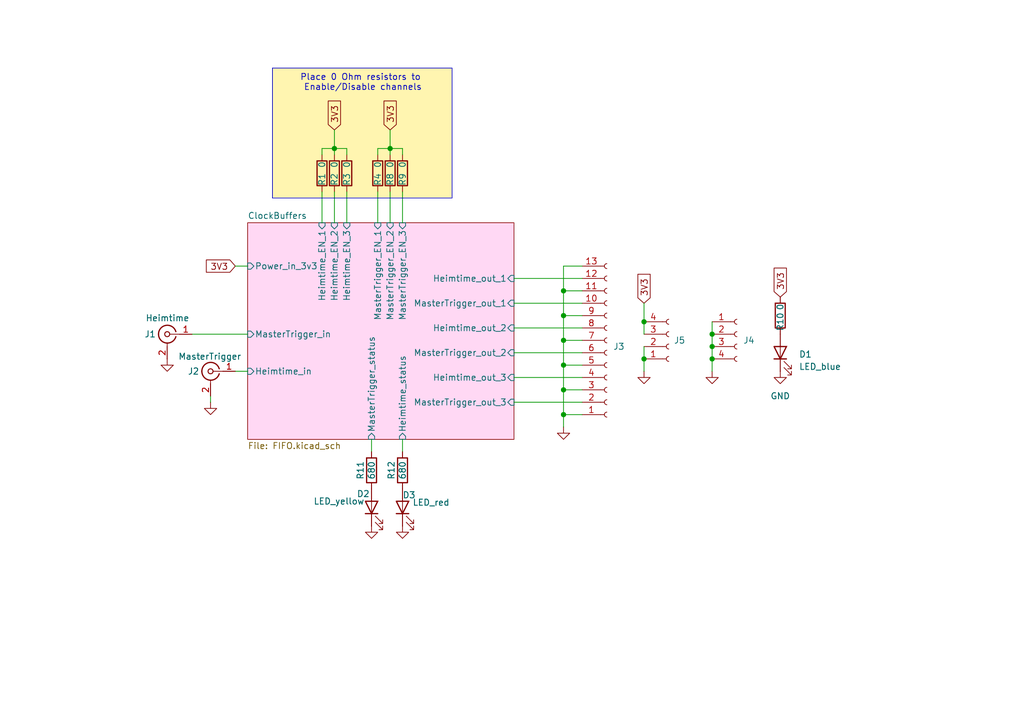
<source format=kicad_sch>
(kicad_sch (version 20231120) (generator "eeschema") (generator_version "8.0")
  (paper "A5")
  (title_block (title "Clock Buffers AddOn") (rev "0"))
  (lib_symbols
    (symbol "Connector:Conn_01x04_Socket" (pin_names (offset 1.016) hide)
      (property "Reference" "J" (at 0 5.08 0))
      (property "Value" "Conn_01x04_Socket" (at 0 -7.62 0))
      (symbol "Conn_01x04_Socket_1_1"
        (arc (start 0 -4.572) (mid -0.5058 -5.08) (end 0 -5.588) (stroke (width 0.1524)))
        (arc (start 0 -2.032) (mid -0.5058 -2.54) (end 0 -3.048) (stroke (width 0.1524)))
        (polyline (pts (xy -1.27 -5.08) (xy -0.508 -5.08)) (stroke (width 0.1524)))
        (polyline (pts (xy -1.27 -2.54) (xy -0.508 -2.54)) (stroke (width 0.1524)))
        (polyline (pts (xy -1.27 0) (xy -0.508 0)) (stroke (width 0.1524)))
        (polyline (pts (xy -1.27 2.54) (xy -0.508 2.54)) (stroke (width 0.1524)))
        (arc (start 0 0.508) (mid -0.5058 0) (end 0 -0.508) (stroke (width 0.1524)))
        (arc (start 0 3.048) (mid -0.5058 2.54) (end 0 2.032) (stroke (width 0.1524)))
        (pin passive line (at -5.08 2.54 0) (length 3.81) (name "Pin_1") (number "1"))
        (pin passive line (at -5.08 0 0) (length 3.81) (name "Pin_2") (number "2"))
        (pin passive line (at -5.08 -2.54 0) (length 3.81) (name "Pin_3") (number "3"))
        (pin passive line (at -5.08 -5.08 0) (length 3.81) (name "Pin_4") (number "4"))
      )
    )
    (symbol "Connector:Conn_01x13_Socket" (pin_names (offset 1.016) hide)
      (property "Reference" "J" (at 0 17.78 0))
      (property "Value" "Conn_01x13_Socket" (at 0 -17.78 0))
      (symbol "Conn_01x13_Socket_1_1"
        (arc (start 0 -14.732) (mid -0.5058 -15.24) (end 0 -15.748) (stroke (width 0.1524)))
        (arc (start 0 -12.192) (mid -0.5058 -12.7) (end 0 -13.208) (stroke (width 0.1524)))
        (arc (start 0 -9.652) (mid -0.5058 -10.16) (end 0 -10.668) (stroke (width 0.1524)))
        (arc (start 0 -7.112) (mid -0.5058 -7.62) (end 0 -8.128) (stroke (width 0.1524)))
        (arc (start 0 -4.572) (mid -0.5058 -5.08) (end 0 -5.588) (stroke (width 0.1524)))
        (arc (start 0 -2.032) (mid -0.5058 -2.54) (end 0 -3.048) (stroke (width 0.1524)))
        (polyline (pts (xy -1.27 -15.24) (xy -0.508 -15.24)) (stroke (width 0.1524)))
        (polyline (pts (xy -1.27 -12.7) (xy -0.508 -12.7)) (stroke (width 0.1524)))
        (polyline (pts (xy -1.27 -10.16) (xy -0.508 -10.16)) (stroke (width 0.1524)))
        (polyline (pts (xy -1.27 -7.62) (xy -0.508 -7.62)) (stroke (width 0.1524)))
        (polyline (pts (xy -1.27 -5.08) (xy -0.508 -5.08)) (stroke (width 0.1524)))
        (polyline (pts (xy -1.27 -2.54) (xy -0.508 -2.54)) (stroke (width 0.1524)))
        (polyline (pts (xy -1.27 0) (xy -0.508 0)) (stroke (width 0.1524)))
        (polyline (pts (xy -1.27 2.54) (xy -0.508 2.54)) (stroke (width 0.1524)))
        (polyline (pts (xy -1.27 5.08) (xy -0.508 5.08)) (stroke (width 0.1524)))
        (polyline (pts (xy -1.27 7.62) (xy -0.508 7.62)) (stroke (width 0.1524)))
        (polyline (pts (xy -1.27 10.16) (xy -0.508 10.16)) (stroke (width 0.1524)))
        (polyline (pts (xy -1.27 12.7) (xy -0.508 12.7)) (stroke (width 0.1524)))
        (polyline (pts (xy -1.27 15.24) (xy -0.508 15.24)) (stroke (width 0.1524)))
        (arc (start 0 0.508) (mid -0.5058 0) (end 0 -0.508) (stroke (width 0.1524)))
        (arc (start 0 3.048) (mid -0.5058 2.54) (end 0 2.032) (stroke (width 0.1524)))
        (arc (start 0 5.588) (mid -0.5058 5.08) (end 0 4.572) (stroke (width 0.1524)))
        (arc (start 0 8.128) (mid -0.5058 7.62) (end 0 7.112) (stroke (width 0.1524)))
        (arc (start 0 10.668) (mid -0.5058 10.16) (end 0 9.652) (stroke (width 0.1524)))
        (arc (start 0 13.208) (mid -0.5058 12.7) (end 0 12.192) (stroke (width 0.1524)))
        (arc (start 0 15.748) (mid -0.5058 15.24) (end 0 14.732) (stroke (width 0.1524)))
        (pin passive line (at -5.08 15.24 0) (length 3.81) (name "Pin_1") (number "1"))
        (pin passive line (at -5.08 -7.62 0) (length 3.81) (name "Pin_10") (number "10"))
        (pin passive line (at -5.08 -10.16 0) (length 3.81) (name "Pin_11") (number "11"))
        (pin passive line (at -5.08 -12.7 0) (length 3.81) (name "Pin_12") (number "12"))
        (pin passive line (at -5.08 -15.24 0) (length 3.81) (name "Pin_13") (number "13"))
        (pin passive line (at -5.08 12.7 0) (length 3.81) (name "Pin_2") (number "2"))
        (pin passive line (at -5.08 10.16 0) (length 3.81) (name "Pin_3") (number "3"))
        (pin passive line (at -5.08 7.62 0) (length 3.81) (name "Pin_4") (number "4"))
        (pin passive line (at -5.08 5.08 0) (length 3.81) (name "Pin_5") (number "5"))
        (pin passive line (at -5.08 2.54 0) (length 3.81) (name "Pin_6") (number "6"))
        (pin passive line (at -5.08 0 0) (length 3.81) (name "Pin_7") (number "7"))
        (pin passive line (at -5.08 -2.54 0) (length 3.81) (name "Pin_8") (number "8"))
        (pin passive line (at -5.08 -5.08 0) (length 3.81) (name "Pin_9") (number "9"))
      )
    )
    (symbol "Connector:Conn_Coaxial" (pin_names (offset 1.016) hide)
      (property "Reference" "J" (at 0.254 3.048 0))
      (property "Value" "Conn_Coaxial" (at 2.921 0 90))
      (symbol "Conn_Coaxial_0_1"
        (arc (start -1.778 -0.508) (mid 0.2311 -1.8066) (end 1.778 0) (stroke (width 0.254)))
        (polyline (pts (xy -2.54 0) (xy -0.508 0)))
        (polyline (pts (xy 0 -2.54) (xy 0 -1.778)))
        (circle (center 0 0) (radius 0.508) (stroke (width 0.2032)))
        (arc (start 1.778 0) (mid 0.2099 1.8101) (end -1.778 0.508) (stroke (width 0.254)))
      )
      (symbol "Conn_Coaxial_1_1"
        (pin passive line (at -5.08 0 0) (length 2.54) (name "In") (number "1"))
        (pin passive line (at 0 -5.08 90) (length 2.54) (name "Ext") (number "2"))
      )
    )
    (symbol "Device:LED" (pin_numbers hide) (pin_names (offset 1.016) hide)
      (property "Reference" "D" (at 0 2.54 0))
      (property "Value" "LED" (at 0 -2.54 0))
      (symbol "LED_0_1"
        (polyline (pts (xy -1.27 -1.27) (xy -1.27 1.27)) (stroke (width 0.254)))
        (polyline (pts (xy -1.27 0) (xy 1.27 0)))
        (polyline (pts (xy 1.27 -1.27) (xy 1.27 1.27) (xy -1.27 0) (xy 1.27 -1.27)) (stroke (width 0.254)))
        (polyline (pts (xy -3.048 -0.762) (xy -4.572 -2.286) (xy -3.81 -2.286) (xy -4.572 -2.286) (xy -4.572 -1.524)))
        (polyline (pts (xy -1.778 -0.762) (xy -3.302 -2.286) (xy -2.54 -2.286) (xy -3.302 -2.286) (xy -3.302 -1.524)))
      )
      (symbol "LED_1_1"
        (pin passive line (at -3.81 0 0) (length 2.54) (name "K") (number "1"))
        (pin passive line (at 3.81 0 180) (length 2.54) (name "A") (number "2"))
      )
    )
    (symbol "Device:R" (pin_numbers hide) (pin_names (offset 0))
      (property "Reference" "R" (at 2.032 0 90))
      (property "Value" "R" (at 0 0 90))
      (symbol "R_0_1"
        (rectangle (start -1.016 -2.54) (end 1.016 2.54) (stroke (width 0.254)))
      )
      (symbol "R_1_1"
        (pin passive line (at 0 3.81 270) (length 1.27) (name "~") (number "1"))
        (pin passive line (at 0 -3.81 90) (length 1.27) (name "~") (number "2"))
      )
    )
    (symbol "power:GND" (power) (pin_numbers hide) (pin_names (offset 0) hide)
      (property "Value" "GND" (at 0 -3.81 0))
      (symbol "GND_0_1"
        (polyline (pts (xy 0 0) (xy 0 -1.27) (xy 1.27 -1.27) (xy 0 -2.54) (xy -1.27 -1.27) (xy 0 -1.27)))
      )
      (symbol "GND_1_1"
        (pin power_in line (at 0 0 270) (length 0) (name "~") (number "1"))
      )
    )
  )
  (junction (at 132.08 66.04))
  (junction (at 80.01 30.48))
  (junction (at 68.58 30.48))
  (junction (at 146.05 73.66))
  (junction (at 115.57 80.01))
  (junction (at 115.57 74.93))
  (junction (at 115.57 85.09))
  (junction (at 146.05 71.12))
  (junction (at 115.57 59.69))
  (junction (at 146.05 68.58))
  (junction (at 132.08 73.66))
  (junction (at 115.57 64.77))
  (junction (at 115.57 69.85))
  (wire (pts (xy 115.57 85.09) (xy 119.38 85.09)))
  (wire (pts (xy 82.55 30.48) (xy 82.55 31.75)))
  (wire (pts (xy 105.41 62.23) (xy 119.38 62.23)))
  (wire (pts (xy 119.38 69.85) (xy 115.57 69.85)))
  (wire (pts (xy 115.57 54.61) (xy 115.57 59.69)))
  (wire (pts (xy 77.47 39.37) (xy 77.47 45.72)))
  (wire (pts (xy 48.26 76.2) (xy 50.8 76.2)))
  (wire (pts (xy 146.05 71.12) (xy 146.05 73.66)))
  (wire (pts (xy 66.04 30.48) (xy 68.58 30.48)))
  (wire (pts (xy 71.12 30.48) (xy 71.12 31.75)))
  (wire (pts (xy 115.57 69.85) (xy 115.57 74.93)))
  (wire (pts (xy 132.08 71.12) (xy 132.08 73.66)))
  (wire (pts (xy 71.12 39.37) (xy 71.12 45.72)))
  (wire (pts (xy 76.2 90.17) (xy 76.2 92.71)))
  (wire (pts (xy 68.58 39.37) (xy 68.58 45.72)))
  (wire (pts (xy 39.37 68.58) (xy 50.8 68.58)))
  (wire (pts (xy 115.57 64.77) (xy 115.57 69.85)))
  (wire (pts (xy 132.08 73.66) (xy 132.08 76.2)))
  (wire (pts (xy 68.58 30.48) (xy 68.58 31.75)))
  (wire (pts (xy 80.01 30.48) (xy 80.01 31.75)))
  (wire (pts (xy 115.57 74.93) (xy 119.38 74.93)))
  (wire (pts (xy 132.08 62.23) (xy 132.08 66.04)))
  (wire (pts (xy 80.01 30.48) (xy 82.55 30.48)))
  (wire (pts (xy 43.18 81.28) (xy 43.18 82.55)))
  (wire (pts (xy 146.05 68.58) (xy 146.05 71.12)))
  (wire (pts (xy 115.57 59.69) (xy 115.57 64.77)))
  (wire (pts (xy 80.01 39.37) (xy 80.01 45.72)))
  (wire (pts (xy 82.55 39.37) (xy 82.55 45.72)))
  (wire (pts (xy 66.04 39.37) (xy 66.04 45.72)))
  (wire (pts (xy 115.57 64.77) (xy 119.38 64.77)))
  (wire (pts (xy 146.05 66.04) (xy 146.05 68.58)))
  (wire (pts (xy 68.58 26.67) (xy 68.58 30.48)))
  (wire (pts (xy 66.04 30.48) (xy 66.04 31.75)))
  (wire (pts (xy 132.08 66.04) (xy 132.08 68.58)))
  (wire (pts (xy 77.47 30.48) (xy 77.47 31.75)))
  (wire (pts (xy 105.41 77.47) (xy 119.38 77.47)))
  (wire (pts (xy 115.57 85.09) (xy 115.57 87.63)))
  (wire (pts (xy 119.38 54.61) (xy 115.57 54.61)))
  (wire (pts (xy 115.57 59.69) (xy 119.38 59.69)))
  (wire (pts (xy 146.05 73.66) (xy 146.05 76.2)))
  (wire (pts (xy 105.41 72.39) (xy 119.38 72.39)))
  (wire (pts (xy 115.57 74.93) (xy 115.57 80.01)))
  (wire (pts (xy 80.01 26.67) (xy 80.01 30.48)))
  (wire (pts (xy 82.55 90.17) (xy 82.55 92.71)))
  (wire (pts (xy 48.26 54.61) (xy 50.8 54.61)))
  (wire (pts (xy 105.41 57.15) (xy 119.38 57.15)))
  (wire (pts (xy 115.57 80.01) (xy 119.38 80.01)))
  (wire (pts (xy 68.58 30.48) (xy 71.12 30.48)))
  (wire (pts (xy 115.57 80.01) (xy 115.57 85.09)))
  (wire (pts (xy 105.41 82.55) (xy 119.38 82.55)))
  (wire (pts (xy 77.47 30.48) (xy 80.01 30.48)))
  (wire (pts (xy 105.41 67.31) (xy 119.38 67.31)))
  (rectangle (start 55.88 13.97) (end 92.71 40.64) (fill (type color) (color 255 245 176 1)))
  (text "Place 0 Ohm resistors to \nEnable/Disable channels" (at 74.422 17.018 0) (effects (font (size 1.27 1.27))))
  (global_label "3V3" (shape input) (at 48.26 54.61 180) (property "Intersheetrefs" "${INTERSHEET_REFS}" (effects (hide yes))))
  (global_label "3V3" (shape input) (at 80.01 26.67 90) (property "Intersheetrefs" "${INTERSHEET_REFS}" (effects (hide yes))))
  (global_label "3V3" (shape input) (at 132.08 62.23 90) (property "Intersheetrefs" "${INTERSHEET_REFS}" (effects (hide yes))))
  (global_label "3V3" (shape input) (at 160.02 60.96 90) (property "Intersheetrefs" "${INTERSHEET_REFS}" (effects (hide yes))))
  (global_label "3V3" (shape input) (at 68.58 26.67 90) (property "Intersheetrefs" "${INTERSHEET_REFS}" (effects (hide yes))))
  (symbol (lib_id "Device:R") (at 66.04 35.56 180) (unit 1)
    (property "Reference" "R1" (at 66.04 36.83 90))
    (property "Value" "0" (at 66.04 33.782 90))
    (property "Footprint" "Resistor_SMD:R_0402_1005Metric" (effects (hide yes)))
    (property "Description" "Resistor" (effects (hide yes)))
  )
  (symbol (lib_id "power:GND") (at 115.57 87.63 0) (unit 1)
    (property "Reference" "#PWR07" (effects (hide yes)))
    (property "Value" "GND" (effects (hide yes)))
    (property "Description" "Power symbol creates a global label with name \"GND\" , ground" (effects (hide yes)))
  )
  (symbol (lib_id "power:GND") (at 43.18 82.55 0) (unit 1)
    (property "Reference" "#PWR06" (effects (hide yes)))
    (property "Value" "GND" (effects (hide yes)))
    (property "Description" "Power symbol creates a global label with name \"GND\" , ground" (effects (hide yes)))
  )
  (symbol (lib_id "Device:R") (at 76.2 96.52 180) (unit 1)
    (property "Reference" "R11" (at 73.914 96.52 90))
    (property "Value" "680" (at 76.2 96.52 90))
    (property "Footprint" "Resistor_SMD:R_0402_1005Metric" (effects (hide yes)))
    (property "Description" "Resistor" (effects (hide yes)))
  )
  (symbol (lib_id "power:GND") (at 146.05 76.2 0) (unit 1)
    (property "Reference" "#PWR08" (effects (hide yes)))
    (property "Value" "GND" (effects (hide yes)))
    (property "Description" "Power symbol creates a global label with name \"GND\" , ground" (effects (hide yes)))
  )
  (symbol (lib_id "power:GND") (at 132.08 76.2 0) (unit 1)
    (property "Reference" "#PWR09" (effects (hide yes)))
    (property "Value" "GND" (effects (hide yes)))
    (property "Description" "Power symbol creates a global label with name \"GND\" , ground" (effects (hide yes)))
  )
  (symbol (lib_id "Device:R") (at 82.55 35.56 180) (unit 1)
    (property "Reference" "R9" (at 82.55 36.83 90))
    (property "Value" "0" (at 82.55 33.782 90))
    (property "Footprint" "Resistor_SMD:R_0402_1005Metric" (effects (hide yes)))
    (property "Description" "Resistor" (effects (hide yes)))
  )
  (symbol (lib_id "power:GND") (at 76.2 107.95 0) (unit 1)
    (property "Reference" "#PWR012" (effects (hide yes)))
    (property "Value" "GND" (effects (hide yes)))
    (property "Description" "Power symbol creates a global label with name \"GND\" , ground" (effects (hide yes)))
  )
  (symbol (lib_id "Device:R") (at 80.01 35.56 180) (unit 1)
    (property "Reference" "R8" (at 80.01 36.83 90))
    (property "Value" "0" (at 80.01 33.782 90))
    (property "Footprint" "Resistor_SMD:R_0402_1005Metric" (effects (hide yes)))
    (property "Description" "Resistor" (effects (hide yes)))
  )
  (symbol (lib_id "Device:R") (at 160.02 64.77 180) (unit 1)
    (property "Reference" "R10" (at 160.02 66.04 90))
    (property "Value" "0" (at 160.02 62.992 90))
    (property "Footprint" "Resistor_SMD:R_0603_1608Metric" (effects (hide yes)))
    (property "Description" "Resistor" (effects (hide yes)))
  )
  (symbol (lib_id "Device:LED") (at 82.55 104.14 90) (unit 1)
    (property "Reference" "D3" (at 82.55 101.6 90) (effects (justify right)))
    (property "Value" "LED_red" (at 84.582 103.124 90) (effects (justify right)))
    (property "Footprint" "LED_SMD:LED_0603_1608Metric" (effects (hide yes)))
    (property "Description" "Light emitting diode" (effects (hide yes)))
  )
  (symbol (lib_id "Connector:Conn_Coaxial") (at 43.18 76.2 0) (mirror y) (unit 1)
    (property "Reference" "J2" (at 40.894 76.2 0) (effects (justify left)))
    (property "Value" "MasterTrigger" (at 49.53 73.152 0) (effects (justify left)))
    (property "Footprint" "AddOn_lib:SAMTEC_MCX-J-P-X-RA-SM1" (effects (hide yes)))
    (property "Description" "coaxial connector (BNC, SMA, SMB, SMC, Cinch/RCA, LEMO, ...)" (effects (hide yes)))
  )
  (symbol (lib_id "power:GND") (at 82.55 107.95 0) (unit 1)
    (property "Reference" "#PWR013" (effects (hide yes)))
    (property "Value" "GND" (effects (hide yes)))
    (property "Description" "Power symbol creates a global label with name \"GND\" , ground" (effects (hide yes)))
  )
  (symbol (lib_id "Device:R") (at 71.12 35.56 180) (unit 1)
    (property "Reference" "R3" (at 71.12 36.83 90))
    (property "Value" "0" (at 71.12 33.782 90))
    (property "Footprint" "Resistor_SMD:R_0402_1005Metric" (effects (hide yes)))
    (property "Description" "Resistor" (effects (hide yes)))
  )
  (symbol (lib_id "Connector:Conn_01x04_Socket") (at 151.13 68.58 0) (unit 1)
    (property "Reference" "J4" (at 152.4 69.8499 0) (effects (justify left)))
    (property "Value" "Conn_01x04_Socket" (effects (hide yes)))
    (property "Footprint" "Connector_PinHeader_1.27mm:PinHeader_1x04_P1.27mm_Vertical" (effects (hide yes)))
    (property "Description" "Generic connector, single row, 01x04, script generated" (effects (hide yes)))
  )
  (symbol (lib_id "Device:R") (at 68.58 35.56 180) (unit 1)
    (property "Reference" "R2" (at 68.58 36.83 90))
    (property "Value" "0" (at 68.58 33.782 90))
    (property "Footprint" "Resistor_SMD:R_0402_1005Metric" (effects (hide yes)))
    (property "Description" "Resistor" (effects (hide yes)))
  )
  (symbol (lib_id "Connector:Conn_01x04_Socket") (at 137.16 71.12 0) (mirror x) (unit 1)
    (property "Reference" "J5" (at 138.176 69.85 0) (effects (justify left)))
    (property "Value" "Conn_01x04_Socket" (effects (hide yes)))
    (property "Footprint" "Connector_PinHeader_1.27mm:PinHeader_1x04_P1.27mm_Vertical" (effects (hide yes)))
    (property "Description" "Generic connector, single row, 01x04, script generated" (effects (hide yes)))
  )
  (symbol (lib_id "power:GND") (at 160.02 76.2 0) (unit 1)
    (property "Reference" "#PWR010" (effects (hide yes)))
    (property "Value" "GND" (at 160.02 81.28 0))
    (property "Description" "Power symbol creates a global label with name \"GND\" , ground" (effects (hide yes)))
  )
  (symbol (lib_id "Device:R") (at 82.55 96.52 180) (unit 1)
    (property "Reference" "R12" (at 80.264 96.52 90))
    (property "Value" "680" (at 82.55 96.52 90))
    (property "Footprint" "Resistor_SMD:R_0402_1005Metric" (effects (hide yes)))
    (property "Description" "Resistor" (effects (hide yes)))
  )
  (symbol (lib_id "Connector:Conn_01x13_Socket") (at 124.46 69.85 0) (mirror x) (unit 1)
    (property "Reference" "J3" (at 125.73 71.1201 0) (effects (justify left)))
    (property "Value" "Conn_01x13_Socket" (effects (hide yes)))
    (property "Footprint" "Connector_PinHeader_1.27mm:PinHeader_1x13_P1.27mm_Vertical" (effects (hide yes)))
    (property "Description" "Generic connector, single row, 01x13, script generated" (effects (hide yes)))
  )
  (symbol (lib_id "Device:LED") (at 76.2 104.14 90) (unit 1)
    (property "Reference" "D2" (at 73.152 101.346 90) (effects (justify right)))
    (property "Value" "LED_yellow" (at 64.262 102.87 90) (effects (justify right)))
    (property "Footprint" "LED_SMD:LED_0603_1608Metric" (effects (hide yes)))
    (property "Description" "Light emitting diode" (effects (hide yes)))
  )
  (symbol (lib_id "power:GND") (at 34.29 73.66 0) (unit 1)
    (property "Reference" "#PWR011" (effects (hide yes)))
    (property "Value" "GND" (effects (hide yes)))
    (property "Description" "Power symbol creates a global label with name \"GND\" , ground" (effects (hide yes)))
  )
  (symbol (lib_id "Device:LED") (at 160.02 72.39 90) (unit 1)
    (property "Reference" "D1" (at 163.83 72.7074 90) (effects (justify right)))
    (property "Value" "LED_blue" (at 163.83 75.2474 90) (effects (justify right)))
    (property "Footprint" "LED_SMD:LED_0603_1608Metric" (effects (hide yes)))
    (property "Description" "Light emitting diode" (effects (hide yes)))
  )
  (symbol (lib_id "Connector:Conn_Coaxial") (at 34.29 68.58 0) (mirror y) (unit 1)
    (property "Reference" "J1" (at 32.004 68.58 0) (effects (justify left)))
    (property "Value" "Heimtime" (at 38.862 65.278 0) (effects (justify left)))
    (property "Footprint" "AddOn_lib:SAMTEC_MCX-J-P-X-RA-SM1" (effects (hide yes)))
    (property "Description" "coaxial connector (BNC, SMA, SMB, SMC, Cinch/RCA, LEMO, ...)" (effects (hide yes)))
  )
  (symbol (lib_id "Device:R") (at 77.47 35.56 180) (unit 1)
    (property "Reference" "R4" (at 77.47 36.83 90))
    (property "Value" "0" (at 77.47 33.782 90))
    (property "Footprint" "Resistor_SMD:R_0402_1005Metric" (effects (hide yes)))
    (property "Description" "Resistor" (effects (hide yes)))
  )
  (sheet (at 50.8 45.72) (size 54.61 44.45) (stroke (width 0.1524)) (fill (color 255 216 244 1.0000))
    (property "Sheetname" "ClockBuffers" (at 50.8 45.0084 0) (effects (justify left bottom)))
    (property "Sheetfile" "FIFO.kicad_sch" (at 50.8 90.7546 0) (effects (justify left top)))
    (pin "Heimtime_EN_1" input (at 66.04 45.72 90))
    (pin "Heimtime_EN_2" input (at 68.58 45.72 90))
    (pin "MasterTrigger_out_1" input (at 105.41 62.23 0))
    (pin "MasterTrigger_out_2" input (at 105.41 72.39 0))
    (pin "MasterTrigger_out_3" input (at 105.41 82.55 0))
    (pin "Heimtime_out_1" input (at 105.41 57.15 0))
    (pin "Heimtime_out_2" input (at 105.41 67.31 0))
    (pin "Heimtime_out_3" input (at 105.41 77.47 0))
    (pin "MasterTrigger_EN_1" input (at 77.47 45.72 90))
    (pin "MasterTrigger_EN_2" input (at 80.01 45.72 90))
    (pin "MasterTrigger_status" input (at 76.2 90.17 270))
    (pin "MasterTrigger_EN_3" input (at 82.55 45.72 90))
    (pin "MasterTrigger_in" input (at 50.8 68.58 180))
    (pin "Heimtime_status" input (at 82.55 90.17 270))
    (pin "Heimtime_EN_3" input (at 71.12 45.72 90))
    (pin "Heimtime_in" input (at 50.8 76.2 180))
    (pin "Power_in_3v3" input (at 50.8 54.61 180))
  )
)
</source>
